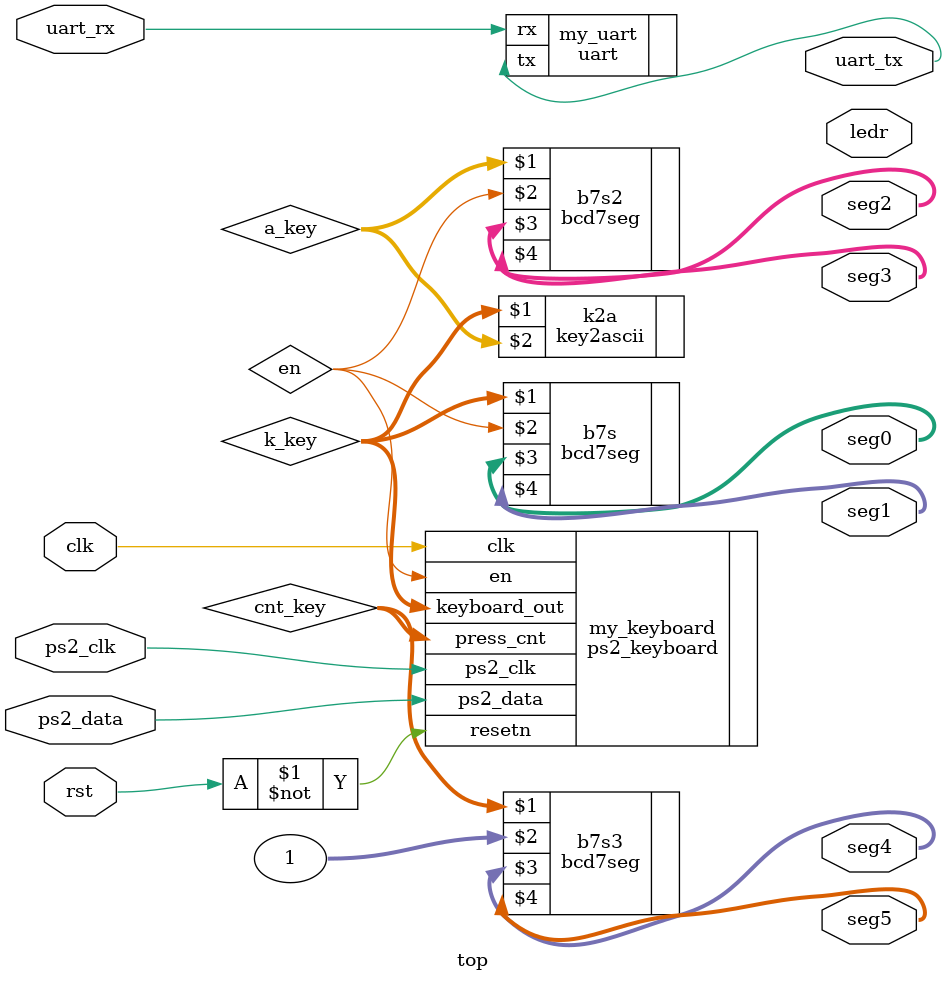
<source format=v>
module top(
    input clk,
    input rst,
    input ps2_clk,
    input ps2_data,
    input uart_rx,
    output uart_tx,
    //input en,
    output [3:0] ledr,
    output [6:0] seg0,seg1,seg2,seg3,seg4,seg5
);
    // reg [2:0] y;
    // reg z;
    // encode83 e83 (x, en, y, z);
    // led l (clk, rst, y, z, ledr);
    // bcd7seg b7s (y, seg0);
    reg [7:0] k_key;
    reg [7:0] a_key;
    reg [7:0] cnt_key;
    reg en;
    ps2_keyboard my_keyboard(
    .clk(clk),
    .resetn(~rst),
    .ps2_clk(ps2_clk),
    .ps2_data(ps2_data),
    .keyboard_out(k_key),
    .press_cnt(cnt_key),
    .en(en)
);

key2ascii k2a(k_key,a_key);
bcd7seg b7s(k_key,en,seg0,seg1);
bcd7seg b7s2(a_key,en,seg2,seg3);
bcd7seg b7s3(cnt_key,1,seg4,seg5);

uart my_uart(
    .rx(uart_rx),
    .tx(uart_tx)
);

endmodule

</source>
